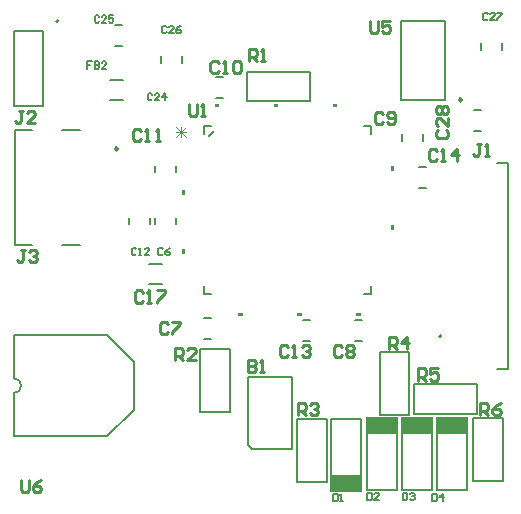
<source format=gto>
G04*
G04 #@! TF.GenerationSoftware,Altium Limited,Altium Designer,22.5.1 (42)*
G04*
G04 Layer_Color=65535*
%FSLAX44Y44*%
%MOMM*%
G71*
G04*
G04 #@! TF.SameCoordinates,B7139921-243E-46E6-831D-1EB255EF57CC*
G04*
G04*
G04 #@! TF.FilePolarity,Positive*
G04*
G01*
G75*
%ADD10C,0.2500*%
%ADD11C,0.2000*%
%ADD12C,0.1524*%
%ADD13C,0.1270*%
%ADD14C,0.2540*%
%ADD15C,0.0762*%
%ADD16C,0.1500*%
%ADD17R,2.7432X1.3208*%
G36*
X194405Y163162D02*
X190595D01*
Y160622D01*
X194405D01*
Y163162D01*
D02*
G37*
G36*
X145378Y217189D02*
X142838D01*
Y213379D01*
X145378D01*
Y217189D01*
D02*
G37*
G36*
Y267189D02*
X142838D01*
Y263379D01*
X145378D01*
Y267189D01*
D02*
G37*
G36*
X174405Y337406D02*
X170595D01*
Y339946D01*
X174405D01*
Y337406D01*
D02*
G37*
G36*
X224405D02*
X220595D01*
Y339946D01*
X224405D01*
Y337406D01*
D02*
G37*
G36*
X244405Y163162D02*
X240595D01*
Y160622D01*
X244405D01*
Y163162D01*
D02*
G37*
G36*
X294405D02*
X290595D01*
Y160622D01*
X294405D01*
Y163162D01*
D02*
G37*
G36*
X319622Y237189D02*
X322162D01*
Y233379D01*
X319622D01*
Y237189D01*
D02*
G37*
G36*
Y287189D02*
X322162D01*
Y283379D01*
X319622D01*
Y287189D01*
D02*
G37*
G36*
X274405Y337406D02*
X270595D01*
Y339946D01*
X274405D01*
Y337406D01*
D02*
G37*
D10*
X88846Y302029D02*
G03*
X88846Y302029I-1250J0D01*
G01*
X380000Y343500D02*
G03*
X380000Y343500I-1250J0D01*
G01*
D11*
X362721Y143500D02*
G03*
X362721Y143500I-1000J0D01*
G01*
X500Y95150D02*
G03*
X500Y107850I0J6350D01*
G01*
X38500Y410000D02*
G03*
X38500Y410000I-1000J0D01*
G01*
X235433Y48012D02*
X236050Y47915D01*
Y76532D02*
Y109226D01*
Y47915D02*
Y76532D01*
X208872Y48012D02*
X235433D01*
X198966Y51314D02*
Y81204D01*
Y109226D01*
X236050D01*
X198966Y51314D02*
X202014Y48266D01*
X202268Y48012D01*
X208872D01*
X240554Y20330D02*
X265700D01*
X240554D02*
Y73416D01*
X265700Y20330D02*
Y73416D01*
X240554D02*
X265700D01*
X158300Y79584D02*
X183446D01*
X158300D02*
Y132670D01*
X183446Y79584D02*
Y132670D01*
X158300D02*
X183446D01*
X41546Y318029D02*
X56346D01*
X2046D02*
X16046D01*
X2046Y220729D02*
Y318029D01*
X41546Y220729D02*
X56346D01*
X2046D02*
X16046D01*
X389554Y73774D02*
X414700D01*
Y20688D02*
Y73774D01*
X389554Y20688D02*
Y73774D01*
Y20688D02*
X414700D01*
X339584Y77554D02*
Y102700D01*
X392670D01*
X339584Y77554D02*
X392670D01*
Y102700D01*
X310300Y76926D02*
X335446D01*
X310300D02*
Y130012D01*
X335446Y76926D02*
Y130012D01*
X310300D02*
X335446D01*
X329300Y61622D02*
X349378D01*
X329300Y13350D02*
Y61622D01*
X349378D02*
X354700D01*
Y13350D02*
Y61622D01*
X329300Y13350D02*
X342000D01*
X354700D01*
X274622Y25378D02*
X294700D01*
Y73650D01*
X269300Y25378D02*
X274622D01*
X269300D02*
Y73650D01*
X282000D02*
X294700D01*
X269300D02*
X282000D01*
X328500Y410500D02*
X365500D01*
X328500Y343500D02*
X365500D01*
X328500D02*
Y410500D01*
X365500Y343500D02*
Y410500D01*
X251416Y342300D02*
Y367446D01*
X198330Y342300D02*
X251416D01*
X198330Y367446D02*
X251416D01*
X198330Y342300D02*
Y367446D01*
X500Y58850D02*
X79770D01*
X102100Y81180D01*
Y121820D01*
X500Y144150D02*
X79770D01*
X102100Y121820D01*
X500Y58850D02*
Y95150D01*
Y107850D02*
Y144150D01*
X115500Y187500D02*
X126500D01*
X115500Y204500D02*
X126500D01*
X82500Y343500D02*
X93500D01*
X82500Y360500D02*
X93500D01*
X359300Y61622D02*
X379378D01*
X359300Y13350D02*
Y61622D01*
X379378D02*
X384700D01*
Y13350D02*
Y61622D01*
X359300Y13350D02*
X372000D01*
X384700D01*
X299300Y61622D02*
X319378D01*
X299300Y13350D02*
Y61622D01*
X319378D02*
X324700D01*
Y13350D02*
Y61622D01*
X299300Y13350D02*
X312000D01*
X324700D01*
D12*
X165769Y312839D02*
X169945Y317015D01*
X161507Y179291D02*
X167776D01*
X303493D02*
Y185560D01*
X297224Y321277D02*
X303493D01*
X161507Y315008D02*
Y321277D01*
Y179291D02*
Y185560D01*
X297224Y179291D02*
X303493D01*
Y315008D02*
Y321277D01*
X161507D02*
X167776D01*
D13*
X98000Y238100D02*
Y243900D01*
X116000Y238100D02*
Y243900D01*
X409721Y115350D02*
X419221D01*
X409721Y289650D02*
X419221D01*
Y115350D02*
Y289650D01*
X329000Y309100D02*
Y314900D01*
X347000Y309100D02*
Y314900D01*
X344100Y269000D02*
X349900D01*
X344100Y287000D02*
X349900D01*
X143000Y375100D02*
Y380900D01*
X125000Y375100D02*
Y380900D01*
X86100Y389000D02*
X91900D01*
X86100Y407000D02*
X91900D01*
X172100Y345000D02*
X177900D01*
X172100Y363000D02*
X177900D01*
X120000Y282100D02*
Y287900D01*
X138000Y282100D02*
Y287900D01*
X390100Y335000D02*
X395900D01*
X390100Y317000D02*
X395900D01*
X414000Y386100D02*
Y391900D01*
X396000Y386100D02*
Y391900D01*
X138000Y238100D02*
Y243900D01*
X120000Y238100D02*
Y243900D01*
X245460Y139000D02*
X251260D01*
X245460Y157000D02*
X251260D01*
X289751Y139011D02*
X295551D01*
X289751Y157011D02*
X295551D01*
X162100Y141000D02*
X167900D01*
X162100Y159000D02*
X167900D01*
X500Y338250D02*
X25500D01*
X500D02*
Y401750D01*
X25500D01*
Y338250D02*
Y401750D01*
D14*
X199175Y123118D02*
Y112882D01*
X204294D01*
X206000Y114588D01*
Y116294D01*
X204294Y118000D01*
X199175D01*
X204294D01*
X206000Y119706D01*
Y121412D01*
X204294Y123118D01*
X199175D01*
X209412Y112882D02*
X212824D01*
X211118D01*
Y123118D01*
X209412Y121412D01*
X241469Y76882D02*
Y87118D01*
X246588D01*
X248294Y85412D01*
Y82000D01*
X246588Y80294D01*
X241469D01*
X244882D02*
X248294Y76882D01*
X251706Y85412D02*
X253412Y87118D01*
X256824D01*
X258531Y85412D01*
Y83706D01*
X256824Y82000D01*
X255118D01*
X256824D01*
X258531Y80294D01*
Y78588D01*
X256824Y76882D01*
X253412D01*
X251706Y78588D01*
X137469Y122882D02*
Y133118D01*
X142588D01*
X144294Y131412D01*
Y128000D01*
X142588Y126294D01*
X137469D01*
X140882D02*
X144294Y122882D01*
X154531D02*
X147706D01*
X154531Y129706D01*
Y131412D01*
X152824Y133118D01*
X149412D01*
X147706Y131412D01*
X302469Y410118D02*
Y401588D01*
X304175Y399882D01*
X307588D01*
X309294Y401588D01*
Y410118D01*
X319531D02*
X312706D01*
Y405000D01*
X316118Y406706D01*
X317824D01*
X319531Y405000D01*
Y401588D01*
X317824Y399882D01*
X314412D01*
X312706Y401588D01*
X395723Y76986D02*
Y87222D01*
X400842D01*
X402548Y85516D01*
Y82104D01*
X400842Y80398D01*
X395723D01*
X399136D02*
X402548Y76986D01*
X412785Y87222D02*
X409372Y85516D01*
X405960Y82104D01*
Y78692D01*
X407666Y76986D01*
X411078D01*
X412785Y78692D01*
Y80398D01*
X411078Y82104D01*
X405960D01*
X342469Y105882D02*
Y116118D01*
X347588D01*
X349294Y114412D01*
Y111000D01*
X347588Y109294D01*
X342469D01*
X345882D02*
X349294Y105882D01*
X359531Y116118D02*
X352706D01*
Y111000D01*
X356118Y112706D01*
X357825D01*
X359531Y111000D01*
Y107588D01*
X357825Y105882D01*
X354412D01*
X352706Y107588D01*
X318469Y132882D02*
Y143118D01*
X323588D01*
X325294Y141412D01*
Y138000D01*
X323588Y136294D01*
X318469D01*
X321882D02*
X325294Y132882D01*
X333825D02*
Y143118D01*
X328706Y138000D01*
X335531D01*
X199914Y376190D02*
Y386427D01*
X205032D01*
X206738Y384721D01*
Y381308D01*
X205032Y379602D01*
X199914D01*
X203326D02*
X206738Y376190D01*
X210151D02*
X213563D01*
X211857D01*
Y386427D01*
X210151Y384721D01*
X396000Y306118D02*
X392588D01*
X394294D01*
Y297588D01*
X392588Y295882D01*
X390882D01*
X389175Y297588D01*
X399412Y295882D02*
X402825D01*
X401118D01*
Y306118D01*
X399412Y304412D01*
X6923Y21597D02*
Y13066D01*
X8630Y11360D01*
X12042D01*
X13748Y13066D01*
Y21597D01*
X23985D02*
X20573Y19891D01*
X17160Y16478D01*
Y13066D01*
X18866Y11360D01*
X22279D01*
X23985Y13066D01*
Y14772D01*
X22279Y16478D01*
X17160D01*
X149176Y340118D02*
Y331588D01*
X150882Y329882D01*
X154294D01*
X156000Y331588D01*
Y340118D01*
X159412Y329882D02*
X162824D01*
X161118D01*
Y340118D01*
X159412Y338412D01*
X10294Y216118D02*
X6882D01*
X8588D01*
Y207588D01*
X6882Y205882D01*
X5175D01*
X3469Y207588D01*
X13706Y214412D02*
X15412Y216118D01*
X18824D01*
X20531Y214412D01*
Y212706D01*
X18824Y211000D01*
X17118D01*
X18824D01*
X20531Y209294D01*
Y207588D01*
X18824Y205882D01*
X15412D01*
X13706Y207588D01*
X8294Y334418D02*
X4882D01*
X6588D01*
Y325888D01*
X4882Y324182D01*
X3176D01*
X1469Y325888D01*
X18531Y324182D02*
X11706D01*
X18531Y331006D01*
Y332712D01*
X16825Y334418D01*
X13412D01*
X11706Y332712D01*
X359588Y318176D02*
X357882Y316469D01*
Y313057D01*
X359588Y311351D01*
X366412D01*
X368118Y313057D01*
Y316469D01*
X366412Y318176D01*
X368118Y328412D02*
Y321588D01*
X361294Y328412D01*
X359588D01*
X357882Y326706D01*
Y323294D01*
X359588Y321588D01*
Y331824D02*
X357882Y333531D01*
Y336943D01*
X359588Y338649D01*
X361294D01*
X363000Y336943D01*
X364706Y338649D01*
X366412D01*
X368118Y336943D01*
Y333531D01*
X366412Y331824D01*
X364706D01*
X363000Y333531D01*
X361294Y331824D01*
X359588D01*
X363000Y333531D02*
Y336943D01*
X110029Y180412D02*
X108322Y182118D01*
X104910D01*
X103204Y180412D01*
Y173588D01*
X104910Y171882D01*
X108322D01*
X110029Y173588D01*
X113441Y171882D02*
X116853D01*
X115147D01*
Y182118D01*
X113441Y180412D01*
X121971Y182118D02*
X128796D01*
Y180412D01*
X121971Y173588D01*
Y171882D01*
X359029Y300412D02*
X357323Y302118D01*
X353910D01*
X352204Y300412D01*
Y293588D01*
X353910Y291882D01*
X357323D01*
X359029Y293588D01*
X362441Y291882D02*
X365853D01*
X364147D01*
Y302118D01*
X362441Y300412D01*
X376090Y291882D02*
Y302118D01*
X370971Y297000D01*
X377796D01*
X233029Y134412D02*
X231322Y136118D01*
X227910D01*
X226204Y134412D01*
Y127588D01*
X227910Y125882D01*
X231322D01*
X233029Y127588D01*
X236441Y125882D02*
X239853D01*
X238147D01*
Y136118D01*
X236441Y134412D01*
X244971D02*
X246677Y136118D01*
X250090D01*
X251796Y134412D01*
Y132706D01*
X250090Y131000D01*
X248384D01*
X250090D01*
X251796Y129294D01*
Y127588D01*
X250090Y125882D01*
X246677D01*
X244971Y127588D01*
X108735Y317412D02*
X107029Y319118D01*
X103616D01*
X101910Y317412D01*
Y310588D01*
X103616Y308882D01*
X107029D01*
X108735Y310588D01*
X112147Y308882D02*
X115559D01*
X113853D01*
Y319118D01*
X112147Y317412D01*
X120677Y308882D02*
X124090D01*
X122384D01*
Y319118D01*
X120677Y317412D01*
X174029Y374412D02*
X172323Y376118D01*
X168910D01*
X167204Y374412D01*
Y367588D01*
X168910Y365882D01*
X172323D01*
X174029Y367588D01*
X177441Y365882D02*
X180853D01*
X179147D01*
Y376118D01*
X177441Y374412D01*
X185971D02*
X187677Y376118D01*
X191090D01*
X192796Y374412D01*
Y367588D01*
X191090Y365882D01*
X187677D01*
X185971Y367588D01*
Y374412D01*
X313294Y331412D02*
X311588Y333118D01*
X308176D01*
X306469Y331412D01*
Y324588D01*
X308176Y322882D01*
X311588D01*
X313294Y324588D01*
X316706D02*
X318412Y322882D01*
X321824D01*
X323531Y324588D01*
Y331412D01*
X321824Y333118D01*
X318412D01*
X316706Y331412D01*
Y329706D01*
X318412Y328000D01*
X323531D01*
X278294Y134412D02*
X276588Y136118D01*
X273176D01*
X271469Y134412D01*
Y127588D01*
X273176Y125882D01*
X276588D01*
X278294Y127588D01*
X281706Y134412D02*
X283412Y136118D01*
X286824D01*
X288531Y134412D01*
Y132706D01*
X286824Y131000D01*
X288531Y129294D01*
Y127588D01*
X286824Y125882D01*
X283412D01*
X281706Y127588D01*
Y129294D01*
X283412Y131000D01*
X281706Y132706D01*
Y134412D01*
X283412Y131000D02*
X286824D01*
X131294Y153412D02*
X129588Y155118D01*
X126175D01*
X124469Y153412D01*
Y146588D01*
X126175Y144882D01*
X129588D01*
X131294Y146588D01*
X134706Y155118D02*
X141531D01*
Y153412D01*
X134706Y146588D01*
Y144882D01*
D15*
X138393Y320824D02*
X146857Y312360D01*
X138393D02*
X146857Y320824D01*
X138393Y316592D02*
X146857D01*
X142625Y312360D02*
Y320824D01*
D16*
X67001Y375999D02*
X63003D01*
Y373000D01*
X65002D01*
X63003D01*
Y370001D01*
X69001Y375999D02*
Y370001D01*
X72000D01*
X72999Y371001D01*
Y372000D01*
X72000Y373000D01*
X69001D01*
X72000D01*
X72999Y374000D01*
Y374999D01*
X72000Y375999D01*
X69001D01*
X78997Y370001D02*
X74999D01*
X78997Y374000D01*
Y374999D01*
X77998Y375999D01*
X75998D01*
X74999Y374999D01*
X355002Y9999D02*
Y4001D01*
X358001D01*
X359000Y5001D01*
Y8999D01*
X358001Y9999D01*
X355002D01*
X363999Y4001D02*
Y9999D01*
X361000Y7000D01*
X364998D01*
X330002Y10999D02*
Y5001D01*
X333001D01*
X334000Y6001D01*
Y9999D01*
X333001Y10999D01*
X330002D01*
X336000Y9999D02*
X336999Y10999D01*
X338999D01*
X339998Y9999D01*
Y9000D01*
X338999Y8000D01*
X337999D01*
X338999D01*
X339998Y7000D01*
Y6001D01*
X338999Y5001D01*
X336999D01*
X336000Y6001D01*
X300002Y10999D02*
Y5001D01*
X303001D01*
X304000Y6001D01*
Y9999D01*
X303001Y10999D01*
X300002D01*
X309998Y5001D02*
X306000D01*
X309998Y9000D01*
Y9999D01*
X308999Y10999D01*
X306999D01*
X306000Y9999D01*
X271001Y9999D02*
Y4001D01*
X274000D01*
X275000Y5001D01*
Y8999D01*
X274000Y9999D01*
X271001D01*
X276999Y4001D02*
X278999D01*
X277999D01*
Y9999D01*
X276999Y8999D01*
X402001Y415999D02*
X401002Y416999D01*
X399002D01*
X398003Y415999D01*
Y412001D01*
X399002Y411001D01*
X401002D01*
X402001Y412001D01*
X407999Y411001D02*
X404001D01*
X407999Y415000D01*
Y415999D01*
X407000Y416999D01*
X405000D01*
X404001Y415999D01*
X409999Y416999D02*
X413997D01*
Y415999D01*
X409999Y412001D01*
Y411001D01*
X130001Y404999D02*
X129002Y405999D01*
X127002D01*
X126003Y404999D01*
Y401001D01*
X127002Y400001D01*
X129002D01*
X130001Y401001D01*
X135999Y400001D02*
X132001D01*
X135999Y404000D01*
Y404999D01*
X135000Y405999D01*
X133000D01*
X132001Y404999D01*
X141997Y405999D02*
X139998Y404999D01*
X137999Y403000D01*
Y401001D01*
X138998Y400001D01*
X140998D01*
X141997Y401001D01*
Y402000D01*
X140998Y403000D01*
X137999D01*
X73001Y413999D02*
X72002Y414999D01*
X70002D01*
X69003Y413999D01*
Y410001D01*
X70002Y409001D01*
X72002D01*
X73001Y410001D01*
X78999Y409001D02*
X75001D01*
X78999Y413000D01*
Y413999D01*
X78000Y414999D01*
X76000D01*
X75001Y413999D01*
X84997Y414999D02*
X80999D01*
Y412000D01*
X82998Y413000D01*
X83998D01*
X84997Y412000D01*
Y410001D01*
X83998Y409001D01*
X81998D01*
X80999Y410001D01*
X118001Y347999D02*
X117002Y348999D01*
X115002D01*
X114003Y347999D01*
Y344001D01*
X115002Y343001D01*
X117002D01*
X118001Y344001D01*
X123999Y343001D02*
X120001D01*
X123999Y347000D01*
Y347999D01*
X123000Y348999D01*
X121000D01*
X120001Y347999D01*
X128998Y343001D02*
Y348999D01*
X125999Y346000D01*
X129997D01*
X104501Y216999D02*
X103502Y217999D01*
X101502D01*
X100502Y216999D01*
Y213001D01*
X101502Y212001D01*
X103502D01*
X104501Y213001D01*
X106501Y212001D02*
X108500D01*
X107500D01*
Y217999D01*
X106501Y216999D01*
X115498Y212001D02*
X111499D01*
X115498Y216000D01*
Y216999D01*
X114498Y217999D01*
X112499D01*
X111499Y216999D01*
X127000D02*
X126001Y217999D01*
X124001D01*
X123002Y216999D01*
Y213001D01*
X124001Y212001D01*
X126001D01*
X127000Y213001D01*
X132998Y217999D02*
X130999Y216999D01*
X129000Y215000D01*
Y213001D01*
X129999Y212001D01*
X131999D01*
X132998Y213001D01*
Y214000D01*
X131999Y215000D01*
X129000D01*
D17*
X342004Y68481D02*
D03*
X282000Y18530D02*
D03*
X372003Y68481D02*
D03*
X311999Y68479D02*
D03*
M02*

</source>
